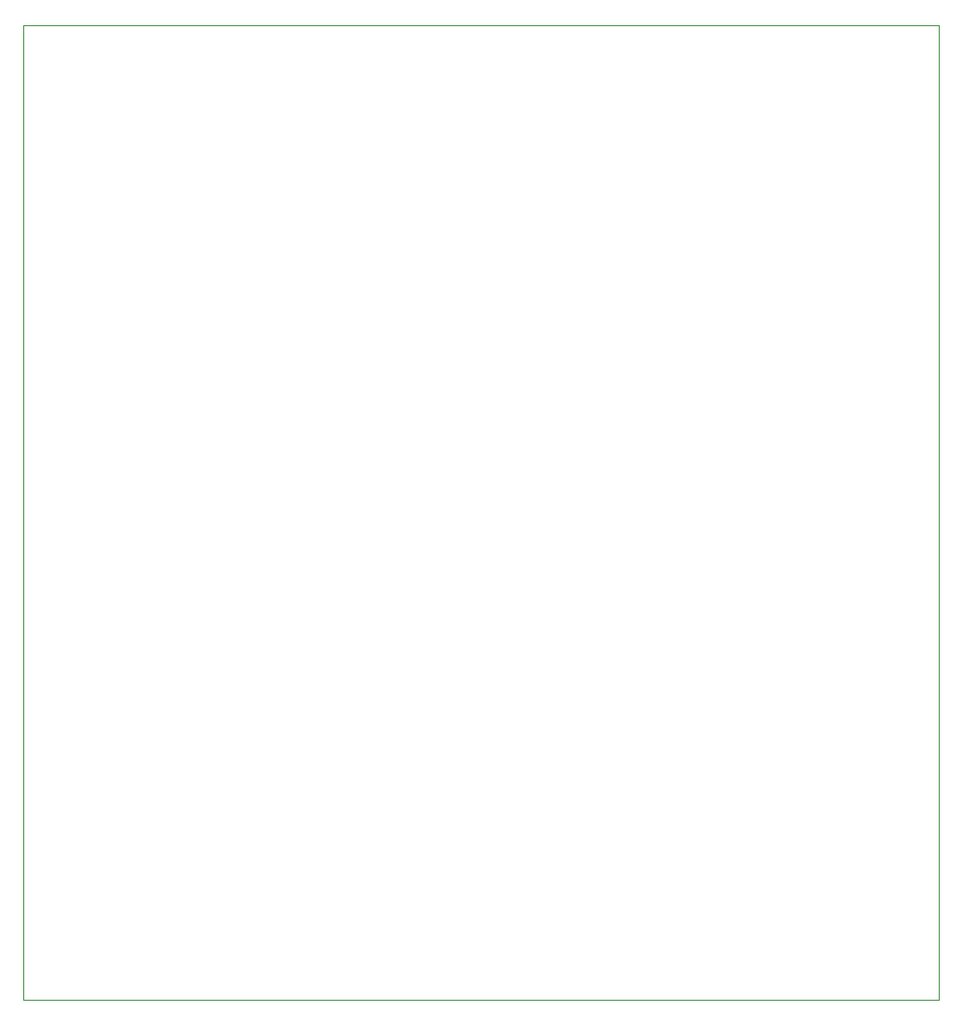
<source format=gbr>
G04 #@! TF.GenerationSoftware,KiCad,Pcbnew,(5.0.2)-1*
G04 #@! TF.CreationDate,2019-07-24T01:21:19+02:00*
G04 #@! TF.ProjectId,Cern2,4365726e-322e-46b6-9963-61645f706362,rev?*
G04 #@! TF.SameCoordinates,Original*
G04 #@! TF.FileFunction,Profile,NP*
%FSLAX46Y46*%
G04 Gerber Fmt 4.6, Leading zero omitted, Abs format (unit mm)*
G04 Created by KiCad (PCBNEW (5.0.2)-1) date 24/07/2019 01:21:19*
%MOMM*%
%LPD*%
G01*
G04 APERTURE LIST*
%ADD10C,0.050000*%
G04 APERTURE END LIST*
D10*
X48260000Y-101600000D02*
X128270000Y-101600000D01*
X48260000Y-16510000D02*
X48260000Y-101600000D01*
X128270000Y-16510000D02*
X48260000Y-16510000D01*
X128270000Y-101600000D02*
X128270000Y-16510000D01*
M02*

</source>
